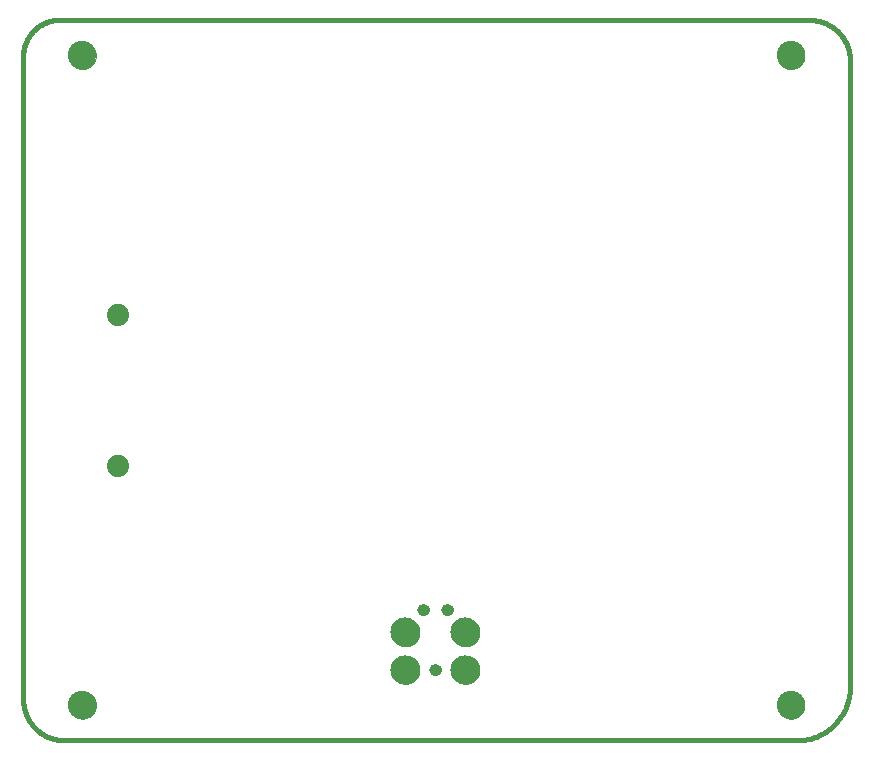
<source format=gbs>
G75*
%MOIN*%
%OFA0B0*%
%FSLAX25Y25*%
%IPPOS*%
%LPD*%
%AMOC8*
5,1,8,0,0,1.08239X$1,22.5*
%
%ADD10C,0.01600*%
%ADD11C,0.00000*%
%ADD12C,0.09455*%
%ADD13C,0.07400*%
%ADD14C,0.03900*%
%ADD15C,0.09750*%
D10*
X0017183Y0004413D02*
X0261183Y0004413D01*
X0261614Y0004418D01*
X0262045Y0004434D01*
X0262475Y0004460D01*
X0262905Y0004496D01*
X0263333Y0004543D01*
X0263760Y0004600D01*
X0264186Y0004668D01*
X0264610Y0004745D01*
X0265032Y0004833D01*
X0265452Y0004931D01*
X0265869Y0005040D01*
X0266283Y0005158D01*
X0266695Y0005286D01*
X0267103Y0005424D01*
X0267508Y0005572D01*
X0267909Y0005730D01*
X0268306Y0005897D01*
X0268700Y0006074D01*
X0269088Y0006260D01*
X0269472Y0006456D01*
X0269851Y0006661D01*
X0270226Y0006875D01*
X0270595Y0007098D01*
X0270958Y0007330D01*
X0271316Y0007570D01*
X0271667Y0007820D01*
X0272013Y0008077D01*
X0272352Y0008343D01*
X0272685Y0008617D01*
X0273011Y0008899D01*
X0273330Y0009189D01*
X0273642Y0009486D01*
X0273947Y0009791D01*
X0274244Y0010103D01*
X0274534Y0010422D01*
X0274816Y0010748D01*
X0275090Y0011081D01*
X0275356Y0011420D01*
X0275613Y0011766D01*
X0275863Y0012117D01*
X0276103Y0012475D01*
X0276335Y0012838D01*
X0276558Y0013207D01*
X0276772Y0013582D01*
X0276977Y0013961D01*
X0277173Y0014345D01*
X0277359Y0014733D01*
X0277536Y0015127D01*
X0277703Y0015524D01*
X0277861Y0015925D01*
X0278009Y0016330D01*
X0278147Y0016738D01*
X0278275Y0017150D01*
X0278393Y0017564D01*
X0278502Y0017981D01*
X0278600Y0018401D01*
X0278688Y0018823D01*
X0278765Y0019247D01*
X0278833Y0019673D01*
X0278890Y0020100D01*
X0278937Y0020528D01*
X0278973Y0020958D01*
X0278999Y0021388D01*
X0279015Y0021819D01*
X0279020Y0022250D01*
X0279020Y0231116D01*
X0279019Y0231116D02*
X0279015Y0231441D01*
X0279003Y0231766D01*
X0278984Y0232091D01*
X0278956Y0232414D01*
X0278921Y0232738D01*
X0278878Y0233060D01*
X0278827Y0233381D01*
X0278768Y0233701D01*
X0278702Y0234019D01*
X0278628Y0234336D01*
X0278546Y0234650D01*
X0278457Y0234963D01*
X0278361Y0235274D01*
X0278256Y0235581D01*
X0278145Y0235887D01*
X0278026Y0236189D01*
X0277900Y0236489D01*
X0277766Y0236786D01*
X0277626Y0237079D01*
X0277478Y0237368D01*
X0277323Y0237654D01*
X0277162Y0237937D01*
X0276994Y0238215D01*
X0276819Y0238489D01*
X0276637Y0238759D01*
X0276450Y0239024D01*
X0276255Y0239285D01*
X0276055Y0239541D01*
X0275848Y0239792D01*
X0275635Y0240038D01*
X0275417Y0240278D01*
X0275193Y0240514D01*
X0274963Y0240744D01*
X0274727Y0240968D01*
X0274487Y0241186D01*
X0274241Y0241399D01*
X0273990Y0241606D01*
X0273734Y0241806D01*
X0273473Y0242001D01*
X0273208Y0242188D01*
X0272938Y0242370D01*
X0272664Y0242545D01*
X0272386Y0242713D01*
X0272103Y0242874D01*
X0271817Y0243029D01*
X0271528Y0243177D01*
X0271235Y0243317D01*
X0270938Y0243451D01*
X0270638Y0243577D01*
X0270336Y0243696D01*
X0270030Y0243807D01*
X0269723Y0243912D01*
X0269412Y0244008D01*
X0269099Y0244097D01*
X0268785Y0244179D01*
X0268468Y0244253D01*
X0268150Y0244319D01*
X0267830Y0244378D01*
X0267509Y0244429D01*
X0267187Y0244472D01*
X0266863Y0244507D01*
X0266540Y0244535D01*
X0266215Y0244554D01*
X0265890Y0244566D01*
X0265565Y0244570D01*
X0265565Y0244571D02*
X0015369Y0244571D01*
X0015080Y0244568D01*
X0014792Y0244557D01*
X0014504Y0244540D01*
X0014217Y0244515D01*
X0013930Y0244484D01*
X0013644Y0244446D01*
X0013359Y0244401D01*
X0013075Y0244349D01*
X0012793Y0244290D01*
X0012512Y0244224D01*
X0012232Y0244152D01*
X0011955Y0244072D01*
X0011679Y0243987D01*
X0011406Y0243894D01*
X0011135Y0243795D01*
X0010866Y0243690D01*
X0010601Y0243577D01*
X0010337Y0243459D01*
X0010077Y0243334D01*
X0009820Y0243203D01*
X0009566Y0243066D01*
X0009316Y0242923D01*
X0009069Y0242774D01*
X0008826Y0242618D01*
X0008586Y0242457D01*
X0008351Y0242291D01*
X0008119Y0242118D01*
X0007892Y0241940D01*
X0007670Y0241757D01*
X0007451Y0241568D01*
X0007238Y0241374D01*
X0007029Y0241175D01*
X0006825Y0240971D01*
X0006626Y0240762D01*
X0006432Y0240549D01*
X0006243Y0240330D01*
X0006060Y0240108D01*
X0005882Y0239881D01*
X0005709Y0239649D01*
X0005543Y0239414D01*
X0005382Y0239174D01*
X0005226Y0238931D01*
X0005077Y0238684D01*
X0004934Y0238434D01*
X0004797Y0238180D01*
X0004666Y0237923D01*
X0004541Y0237663D01*
X0004423Y0237399D01*
X0004310Y0237134D01*
X0004205Y0236865D01*
X0004106Y0236594D01*
X0004013Y0236321D01*
X0003928Y0236045D01*
X0003848Y0235768D01*
X0003776Y0235488D01*
X0003710Y0235207D01*
X0003651Y0234925D01*
X0003599Y0234641D01*
X0003554Y0234356D01*
X0003516Y0234070D01*
X0003485Y0233783D01*
X0003460Y0233496D01*
X0003443Y0233208D01*
X0003432Y0232920D01*
X0003429Y0232631D01*
X0003429Y0018168D01*
X0003433Y0017836D01*
X0003445Y0017503D01*
X0003465Y0017172D01*
X0003493Y0016841D01*
X0003529Y0016510D01*
X0003573Y0016181D01*
X0003625Y0015852D01*
X0003685Y0015525D01*
X0003753Y0015200D01*
X0003829Y0014876D01*
X0003912Y0014555D01*
X0004003Y0014235D01*
X0004102Y0013918D01*
X0004209Y0013603D01*
X0004323Y0013291D01*
X0004444Y0012981D01*
X0004573Y0012675D01*
X0004710Y0012372D01*
X0004854Y0012072D01*
X0005004Y0011776D01*
X0005162Y0011484D01*
X0005327Y0011195D01*
X0005499Y0010911D01*
X0005678Y0010631D01*
X0005864Y0010355D01*
X0006056Y0010084D01*
X0006254Y0009817D01*
X0006459Y0009555D01*
X0006671Y0009299D01*
X0006888Y0009047D01*
X0007111Y0008801D01*
X0007341Y0008561D01*
X0007576Y0008326D01*
X0007816Y0008096D01*
X0008062Y0007873D01*
X0008314Y0007656D01*
X0008570Y0007444D01*
X0008832Y0007239D01*
X0009099Y0007041D01*
X0009370Y0006849D01*
X0009646Y0006663D01*
X0009926Y0006484D01*
X0010210Y0006312D01*
X0010499Y0006147D01*
X0010791Y0005989D01*
X0011087Y0005839D01*
X0011387Y0005695D01*
X0011690Y0005558D01*
X0011996Y0005429D01*
X0012306Y0005308D01*
X0012618Y0005194D01*
X0012933Y0005087D01*
X0013250Y0004988D01*
X0013570Y0004897D01*
X0013891Y0004814D01*
X0014215Y0004738D01*
X0014540Y0004670D01*
X0014867Y0004610D01*
X0015196Y0004558D01*
X0015525Y0004514D01*
X0015856Y0004478D01*
X0016187Y0004450D01*
X0016518Y0004430D01*
X0016851Y0004418D01*
X0017183Y0004414D01*
D11*
X0018586Y0016224D02*
X0018588Y0016358D01*
X0018594Y0016492D01*
X0018604Y0016626D01*
X0018618Y0016760D01*
X0018636Y0016893D01*
X0018657Y0017025D01*
X0018683Y0017157D01*
X0018713Y0017288D01*
X0018746Y0017418D01*
X0018783Y0017546D01*
X0018825Y0017674D01*
X0018869Y0017801D01*
X0018918Y0017926D01*
X0018970Y0018049D01*
X0019026Y0018171D01*
X0019086Y0018292D01*
X0019149Y0018410D01*
X0019215Y0018527D01*
X0019285Y0018641D01*
X0019358Y0018754D01*
X0019435Y0018864D01*
X0019515Y0018972D01*
X0019598Y0019077D01*
X0019684Y0019180D01*
X0019773Y0019280D01*
X0019865Y0019378D01*
X0019960Y0019473D01*
X0020058Y0019565D01*
X0020158Y0019654D01*
X0020261Y0019740D01*
X0020366Y0019823D01*
X0020474Y0019903D01*
X0020584Y0019980D01*
X0020697Y0020053D01*
X0020811Y0020123D01*
X0020928Y0020189D01*
X0021046Y0020252D01*
X0021167Y0020312D01*
X0021289Y0020368D01*
X0021412Y0020420D01*
X0021537Y0020469D01*
X0021664Y0020513D01*
X0021792Y0020555D01*
X0021920Y0020592D01*
X0022050Y0020625D01*
X0022181Y0020655D01*
X0022313Y0020681D01*
X0022445Y0020702D01*
X0022578Y0020720D01*
X0022712Y0020734D01*
X0022846Y0020744D01*
X0022980Y0020750D01*
X0023114Y0020752D01*
X0023248Y0020750D01*
X0023382Y0020744D01*
X0023516Y0020734D01*
X0023650Y0020720D01*
X0023783Y0020702D01*
X0023915Y0020681D01*
X0024047Y0020655D01*
X0024178Y0020625D01*
X0024308Y0020592D01*
X0024436Y0020555D01*
X0024564Y0020513D01*
X0024691Y0020469D01*
X0024816Y0020420D01*
X0024939Y0020368D01*
X0025061Y0020312D01*
X0025182Y0020252D01*
X0025300Y0020189D01*
X0025417Y0020123D01*
X0025531Y0020053D01*
X0025644Y0019980D01*
X0025754Y0019903D01*
X0025862Y0019823D01*
X0025967Y0019740D01*
X0026070Y0019654D01*
X0026170Y0019565D01*
X0026268Y0019473D01*
X0026363Y0019378D01*
X0026455Y0019280D01*
X0026544Y0019180D01*
X0026630Y0019077D01*
X0026713Y0018972D01*
X0026793Y0018864D01*
X0026870Y0018754D01*
X0026943Y0018641D01*
X0027013Y0018527D01*
X0027079Y0018410D01*
X0027142Y0018292D01*
X0027202Y0018171D01*
X0027258Y0018049D01*
X0027310Y0017926D01*
X0027359Y0017801D01*
X0027403Y0017674D01*
X0027445Y0017546D01*
X0027482Y0017418D01*
X0027515Y0017288D01*
X0027545Y0017157D01*
X0027571Y0017025D01*
X0027592Y0016893D01*
X0027610Y0016760D01*
X0027624Y0016626D01*
X0027634Y0016492D01*
X0027640Y0016358D01*
X0027642Y0016224D01*
X0027640Y0016090D01*
X0027634Y0015956D01*
X0027624Y0015822D01*
X0027610Y0015688D01*
X0027592Y0015555D01*
X0027571Y0015423D01*
X0027545Y0015291D01*
X0027515Y0015160D01*
X0027482Y0015030D01*
X0027445Y0014902D01*
X0027403Y0014774D01*
X0027359Y0014647D01*
X0027310Y0014522D01*
X0027258Y0014399D01*
X0027202Y0014277D01*
X0027142Y0014156D01*
X0027079Y0014038D01*
X0027013Y0013921D01*
X0026943Y0013807D01*
X0026870Y0013694D01*
X0026793Y0013584D01*
X0026713Y0013476D01*
X0026630Y0013371D01*
X0026544Y0013268D01*
X0026455Y0013168D01*
X0026363Y0013070D01*
X0026268Y0012975D01*
X0026170Y0012883D01*
X0026070Y0012794D01*
X0025967Y0012708D01*
X0025862Y0012625D01*
X0025754Y0012545D01*
X0025644Y0012468D01*
X0025531Y0012395D01*
X0025417Y0012325D01*
X0025300Y0012259D01*
X0025182Y0012196D01*
X0025061Y0012136D01*
X0024939Y0012080D01*
X0024816Y0012028D01*
X0024691Y0011979D01*
X0024564Y0011935D01*
X0024436Y0011893D01*
X0024308Y0011856D01*
X0024178Y0011823D01*
X0024047Y0011793D01*
X0023915Y0011767D01*
X0023783Y0011746D01*
X0023650Y0011728D01*
X0023516Y0011714D01*
X0023382Y0011704D01*
X0023248Y0011698D01*
X0023114Y0011696D01*
X0022980Y0011698D01*
X0022846Y0011704D01*
X0022712Y0011714D01*
X0022578Y0011728D01*
X0022445Y0011746D01*
X0022313Y0011767D01*
X0022181Y0011793D01*
X0022050Y0011823D01*
X0021920Y0011856D01*
X0021792Y0011893D01*
X0021664Y0011935D01*
X0021537Y0011979D01*
X0021412Y0012028D01*
X0021289Y0012080D01*
X0021167Y0012136D01*
X0021046Y0012196D01*
X0020928Y0012259D01*
X0020811Y0012325D01*
X0020697Y0012395D01*
X0020584Y0012468D01*
X0020474Y0012545D01*
X0020366Y0012625D01*
X0020261Y0012708D01*
X0020158Y0012794D01*
X0020058Y0012883D01*
X0019960Y0012975D01*
X0019865Y0013070D01*
X0019773Y0013168D01*
X0019684Y0013268D01*
X0019598Y0013371D01*
X0019515Y0013476D01*
X0019435Y0013584D01*
X0019358Y0013694D01*
X0019285Y0013807D01*
X0019215Y0013921D01*
X0019149Y0014038D01*
X0019086Y0014156D01*
X0019026Y0014277D01*
X0018970Y0014399D01*
X0018918Y0014522D01*
X0018869Y0014647D01*
X0018825Y0014774D01*
X0018783Y0014902D01*
X0018746Y0015030D01*
X0018713Y0015160D01*
X0018683Y0015291D01*
X0018657Y0015423D01*
X0018636Y0015555D01*
X0018618Y0015688D01*
X0018604Y0015822D01*
X0018594Y0015956D01*
X0018588Y0016090D01*
X0018586Y0016224D01*
X0126156Y0027996D02*
X0126158Y0028133D01*
X0126164Y0028269D01*
X0126174Y0028405D01*
X0126188Y0028541D01*
X0126206Y0028677D01*
X0126228Y0028812D01*
X0126253Y0028946D01*
X0126283Y0029079D01*
X0126317Y0029211D01*
X0126354Y0029343D01*
X0126395Y0029473D01*
X0126441Y0029602D01*
X0126489Y0029730D01*
X0126542Y0029856D01*
X0126598Y0029980D01*
X0126658Y0030103D01*
X0126721Y0030224D01*
X0126788Y0030343D01*
X0126858Y0030460D01*
X0126932Y0030576D01*
X0127009Y0030688D01*
X0127089Y0030799D01*
X0127173Y0030907D01*
X0127260Y0031013D01*
X0127349Y0031116D01*
X0127442Y0031216D01*
X0127537Y0031314D01*
X0127636Y0031409D01*
X0127737Y0031501D01*
X0127841Y0031589D01*
X0127947Y0031675D01*
X0128056Y0031758D01*
X0128167Y0031837D01*
X0128280Y0031914D01*
X0128396Y0031987D01*
X0128513Y0032056D01*
X0128633Y0032122D01*
X0128754Y0032184D01*
X0128878Y0032243D01*
X0129003Y0032299D01*
X0129129Y0032350D01*
X0129257Y0032398D01*
X0129386Y0032442D01*
X0129517Y0032483D01*
X0129649Y0032519D01*
X0129781Y0032552D01*
X0129915Y0032580D01*
X0130049Y0032605D01*
X0130184Y0032626D01*
X0130320Y0032643D01*
X0130456Y0032656D01*
X0130592Y0032665D01*
X0130729Y0032670D01*
X0130865Y0032671D01*
X0131002Y0032668D01*
X0131138Y0032661D01*
X0131274Y0032650D01*
X0131410Y0032635D01*
X0131545Y0032616D01*
X0131680Y0032593D01*
X0131814Y0032566D01*
X0131947Y0032536D01*
X0132079Y0032501D01*
X0132211Y0032463D01*
X0132340Y0032421D01*
X0132469Y0032375D01*
X0132596Y0032325D01*
X0132722Y0032271D01*
X0132846Y0032214D01*
X0132969Y0032154D01*
X0133089Y0032089D01*
X0133208Y0032022D01*
X0133324Y0031951D01*
X0133439Y0031876D01*
X0133551Y0031798D01*
X0133661Y0031717D01*
X0133769Y0031633D01*
X0133874Y0031545D01*
X0133976Y0031455D01*
X0134076Y0031362D01*
X0134173Y0031265D01*
X0134267Y0031166D01*
X0134358Y0031065D01*
X0134446Y0030960D01*
X0134531Y0030853D01*
X0134613Y0030744D01*
X0134692Y0030632D01*
X0134767Y0030518D01*
X0134839Y0030402D01*
X0134908Y0030284D01*
X0134973Y0030164D01*
X0135035Y0030042D01*
X0135093Y0029918D01*
X0135147Y0029793D01*
X0135198Y0029666D01*
X0135244Y0029538D01*
X0135288Y0029408D01*
X0135327Y0029277D01*
X0135363Y0029145D01*
X0135394Y0029012D01*
X0135422Y0028879D01*
X0135446Y0028744D01*
X0135466Y0028609D01*
X0135482Y0028473D01*
X0135494Y0028337D01*
X0135502Y0028201D01*
X0135506Y0028064D01*
X0135506Y0027928D01*
X0135502Y0027791D01*
X0135494Y0027655D01*
X0135482Y0027519D01*
X0135466Y0027383D01*
X0135446Y0027248D01*
X0135422Y0027113D01*
X0135394Y0026980D01*
X0135363Y0026847D01*
X0135327Y0026715D01*
X0135288Y0026584D01*
X0135244Y0026454D01*
X0135198Y0026326D01*
X0135147Y0026199D01*
X0135093Y0026074D01*
X0135035Y0025950D01*
X0134973Y0025828D01*
X0134908Y0025708D01*
X0134839Y0025590D01*
X0134767Y0025474D01*
X0134692Y0025360D01*
X0134613Y0025248D01*
X0134531Y0025139D01*
X0134446Y0025032D01*
X0134358Y0024927D01*
X0134267Y0024826D01*
X0134173Y0024727D01*
X0134076Y0024630D01*
X0133976Y0024537D01*
X0133874Y0024447D01*
X0133769Y0024359D01*
X0133661Y0024275D01*
X0133551Y0024194D01*
X0133439Y0024116D01*
X0133324Y0024041D01*
X0133208Y0023970D01*
X0133089Y0023903D01*
X0132969Y0023838D01*
X0132846Y0023778D01*
X0132722Y0023721D01*
X0132596Y0023667D01*
X0132469Y0023617D01*
X0132340Y0023571D01*
X0132211Y0023529D01*
X0132079Y0023491D01*
X0131947Y0023456D01*
X0131814Y0023426D01*
X0131680Y0023399D01*
X0131545Y0023376D01*
X0131410Y0023357D01*
X0131274Y0023342D01*
X0131138Y0023331D01*
X0131002Y0023324D01*
X0130865Y0023321D01*
X0130729Y0023322D01*
X0130592Y0023327D01*
X0130456Y0023336D01*
X0130320Y0023349D01*
X0130184Y0023366D01*
X0130049Y0023387D01*
X0129915Y0023412D01*
X0129781Y0023440D01*
X0129649Y0023473D01*
X0129517Y0023509D01*
X0129386Y0023550D01*
X0129257Y0023594D01*
X0129129Y0023642D01*
X0129003Y0023693D01*
X0128878Y0023749D01*
X0128754Y0023808D01*
X0128633Y0023870D01*
X0128513Y0023936D01*
X0128396Y0024005D01*
X0128280Y0024078D01*
X0128167Y0024155D01*
X0128056Y0024234D01*
X0127947Y0024317D01*
X0127841Y0024403D01*
X0127737Y0024491D01*
X0127636Y0024583D01*
X0127537Y0024678D01*
X0127442Y0024776D01*
X0127349Y0024876D01*
X0127260Y0024979D01*
X0127173Y0025085D01*
X0127089Y0025193D01*
X0127009Y0025304D01*
X0126932Y0025416D01*
X0126858Y0025532D01*
X0126788Y0025649D01*
X0126721Y0025768D01*
X0126658Y0025889D01*
X0126598Y0026012D01*
X0126542Y0026136D01*
X0126489Y0026262D01*
X0126441Y0026390D01*
X0126395Y0026519D01*
X0126354Y0026649D01*
X0126317Y0026781D01*
X0126283Y0026913D01*
X0126253Y0027046D01*
X0126228Y0027180D01*
X0126206Y0027315D01*
X0126188Y0027451D01*
X0126174Y0027587D01*
X0126164Y0027723D01*
X0126158Y0027859D01*
X0126156Y0027996D01*
X0126156Y0040496D02*
X0126158Y0040633D01*
X0126164Y0040769D01*
X0126174Y0040905D01*
X0126188Y0041041D01*
X0126206Y0041177D01*
X0126228Y0041312D01*
X0126253Y0041446D01*
X0126283Y0041579D01*
X0126317Y0041711D01*
X0126354Y0041843D01*
X0126395Y0041973D01*
X0126441Y0042102D01*
X0126489Y0042230D01*
X0126542Y0042356D01*
X0126598Y0042480D01*
X0126658Y0042603D01*
X0126721Y0042724D01*
X0126788Y0042843D01*
X0126858Y0042960D01*
X0126932Y0043076D01*
X0127009Y0043188D01*
X0127089Y0043299D01*
X0127173Y0043407D01*
X0127260Y0043513D01*
X0127349Y0043616D01*
X0127442Y0043716D01*
X0127537Y0043814D01*
X0127636Y0043909D01*
X0127737Y0044001D01*
X0127841Y0044089D01*
X0127947Y0044175D01*
X0128056Y0044258D01*
X0128167Y0044337D01*
X0128280Y0044414D01*
X0128396Y0044487D01*
X0128513Y0044556D01*
X0128633Y0044622D01*
X0128754Y0044684D01*
X0128878Y0044743D01*
X0129003Y0044799D01*
X0129129Y0044850D01*
X0129257Y0044898D01*
X0129386Y0044942D01*
X0129517Y0044983D01*
X0129649Y0045019D01*
X0129781Y0045052D01*
X0129915Y0045080D01*
X0130049Y0045105D01*
X0130184Y0045126D01*
X0130320Y0045143D01*
X0130456Y0045156D01*
X0130592Y0045165D01*
X0130729Y0045170D01*
X0130865Y0045171D01*
X0131002Y0045168D01*
X0131138Y0045161D01*
X0131274Y0045150D01*
X0131410Y0045135D01*
X0131545Y0045116D01*
X0131680Y0045093D01*
X0131814Y0045066D01*
X0131947Y0045036D01*
X0132079Y0045001D01*
X0132211Y0044963D01*
X0132340Y0044921D01*
X0132469Y0044875D01*
X0132596Y0044825D01*
X0132722Y0044771D01*
X0132846Y0044714D01*
X0132969Y0044654D01*
X0133089Y0044589D01*
X0133208Y0044522D01*
X0133324Y0044451D01*
X0133439Y0044376D01*
X0133551Y0044298D01*
X0133661Y0044217D01*
X0133769Y0044133D01*
X0133874Y0044045D01*
X0133976Y0043955D01*
X0134076Y0043862D01*
X0134173Y0043765D01*
X0134267Y0043666D01*
X0134358Y0043565D01*
X0134446Y0043460D01*
X0134531Y0043353D01*
X0134613Y0043244D01*
X0134692Y0043132D01*
X0134767Y0043018D01*
X0134839Y0042902D01*
X0134908Y0042784D01*
X0134973Y0042664D01*
X0135035Y0042542D01*
X0135093Y0042418D01*
X0135147Y0042293D01*
X0135198Y0042166D01*
X0135244Y0042038D01*
X0135288Y0041908D01*
X0135327Y0041777D01*
X0135363Y0041645D01*
X0135394Y0041512D01*
X0135422Y0041379D01*
X0135446Y0041244D01*
X0135466Y0041109D01*
X0135482Y0040973D01*
X0135494Y0040837D01*
X0135502Y0040701D01*
X0135506Y0040564D01*
X0135506Y0040428D01*
X0135502Y0040291D01*
X0135494Y0040155D01*
X0135482Y0040019D01*
X0135466Y0039883D01*
X0135446Y0039748D01*
X0135422Y0039613D01*
X0135394Y0039480D01*
X0135363Y0039347D01*
X0135327Y0039215D01*
X0135288Y0039084D01*
X0135244Y0038954D01*
X0135198Y0038826D01*
X0135147Y0038699D01*
X0135093Y0038574D01*
X0135035Y0038450D01*
X0134973Y0038328D01*
X0134908Y0038208D01*
X0134839Y0038090D01*
X0134767Y0037974D01*
X0134692Y0037860D01*
X0134613Y0037748D01*
X0134531Y0037639D01*
X0134446Y0037532D01*
X0134358Y0037427D01*
X0134267Y0037326D01*
X0134173Y0037227D01*
X0134076Y0037130D01*
X0133976Y0037037D01*
X0133874Y0036947D01*
X0133769Y0036859D01*
X0133661Y0036775D01*
X0133551Y0036694D01*
X0133439Y0036616D01*
X0133324Y0036541D01*
X0133208Y0036470D01*
X0133089Y0036403D01*
X0132969Y0036338D01*
X0132846Y0036278D01*
X0132722Y0036221D01*
X0132596Y0036167D01*
X0132469Y0036117D01*
X0132340Y0036071D01*
X0132211Y0036029D01*
X0132079Y0035991D01*
X0131947Y0035956D01*
X0131814Y0035926D01*
X0131680Y0035899D01*
X0131545Y0035876D01*
X0131410Y0035857D01*
X0131274Y0035842D01*
X0131138Y0035831D01*
X0131002Y0035824D01*
X0130865Y0035821D01*
X0130729Y0035822D01*
X0130592Y0035827D01*
X0130456Y0035836D01*
X0130320Y0035849D01*
X0130184Y0035866D01*
X0130049Y0035887D01*
X0129915Y0035912D01*
X0129781Y0035940D01*
X0129649Y0035973D01*
X0129517Y0036009D01*
X0129386Y0036050D01*
X0129257Y0036094D01*
X0129129Y0036142D01*
X0129003Y0036193D01*
X0128878Y0036249D01*
X0128754Y0036308D01*
X0128633Y0036370D01*
X0128513Y0036436D01*
X0128396Y0036505D01*
X0128280Y0036578D01*
X0128167Y0036655D01*
X0128056Y0036734D01*
X0127947Y0036817D01*
X0127841Y0036903D01*
X0127737Y0036991D01*
X0127636Y0037083D01*
X0127537Y0037178D01*
X0127442Y0037276D01*
X0127349Y0037376D01*
X0127260Y0037479D01*
X0127173Y0037585D01*
X0127089Y0037693D01*
X0127009Y0037804D01*
X0126932Y0037916D01*
X0126858Y0038032D01*
X0126788Y0038149D01*
X0126721Y0038268D01*
X0126658Y0038389D01*
X0126598Y0038512D01*
X0126542Y0038636D01*
X0126489Y0038762D01*
X0126441Y0038890D01*
X0126395Y0039019D01*
X0126354Y0039149D01*
X0126317Y0039281D01*
X0126283Y0039413D01*
X0126253Y0039546D01*
X0126228Y0039680D01*
X0126206Y0039815D01*
X0126188Y0039951D01*
X0126174Y0040087D01*
X0126164Y0040223D01*
X0126158Y0040359D01*
X0126156Y0040496D01*
X0135081Y0047996D02*
X0135083Y0048079D01*
X0135089Y0048162D01*
X0135099Y0048245D01*
X0135113Y0048327D01*
X0135130Y0048409D01*
X0135152Y0048489D01*
X0135177Y0048568D01*
X0135206Y0048646D01*
X0135239Y0048723D01*
X0135276Y0048798D01*
X0135315Y0048871D01*
X0135359Y0048942D01*
X0135405Y0049011D01*
X0135455Y0049078D01*
X0135508Y0049142D01*
X0135564Y0049204D01*
X0135623Y0049263D01*
X0135685Y0049319D01*
X0135749Y0049372D01*
X0135816Y0049422D01*
X0135885Y0049468D01*
X0135956Y0049512D01*
X0136029Y0049551D01*
X0136104Y0049588D01*
X0136181Y0049621D01*
X0136259Y0049650D01*
X0136338Y0049675D01*
X0136418Y0049697D01*
X0136500Y0049714D01*
X0136582Y0049728D01*
X0136665Y0049738D01*
X0136748Y0049744D01*
X0136831Y0049746D01*
X0136914Y0049744D01*
X0136997Y0049738D01*
X0137080Y0049728D01*
X0137162Y0049714D01*
X0137244Y0049697D01*
X0137324Y0049675D01*
X0137403Y0049650D01*
X0137481Y0049621D01*
X0137558Y0049588D01*
X0137633Y0049551D01*
X0137706Y0049512D01*
X0137777Y0049468D01*
X0137846Y0049422D01*
X0137913Y0049372D01*
X0137977Y0049319D01*
X0138039Y0049263D01*
X0138098Y0049204D01*
X0138154Y0049142D01*
X0138207Y0049078D01*
X0138257Y0049011D01*
X0138303Y0048942D01*
X0138347Y0048871D01*
X0138386Y0048798D01*
X0138423Y0048723D01*
X0138456Y0048646D01*
X0138485Y0048568D01*
X0138510Y0048489D01*
X0138532Y0048409D01*
X0138549Y0048327D01*
X0138563Y0048245D01*
X0138573Y0048162D01*
X0138579Y0048079D01*
X0138581Y0047996D01*
X0138579Y0047913D01*
X0138573Y0047830D01*
X0138563Y0047747D01*
X0138549Y0047665D01*
X0138532Y0047583D01*
X0138510Y0047503D01*
X0138485Y0047424D01*
X0138456Y0047346D01*
X0138423Y0047269D01*
X0138386Y0047194D01*
X0138347Y0047121D01*
X0138303Y0047050D01*
X0138257Y0046981D01*
X0138207Y0046914D01*
X0138154Y0046850D01*
X0138098Y0046788D01*
X0138039Y0046729D01*
X0137977Y0046673D01*
X0137913Y0046620D01*
X0137846Y0046570D01*
X0137777Y0046524D01*
X0137706Y0046480D01*
X0137633Y0046441D01*
X0137558Y0046404D01*
X0137481Y0046371D01*
X0137403Y0046342D01*
X0137324Y0046317D01*
X0137244Y0046295D01*
X0137162Y0046278D01*
X0137080Y0046264D01*
X0136997Y0046254D01*
X0136914Y0046248D01*
X0136831Y0046246D01*
X0136748Y0046248D01*
X0136665Y0046254D01*
X0136582Y0046264D01*
X0136500Y0046278D01*
X0136418Y0046295D01*
X0136338Y0046317D01*
X0136259Y0046342D01*
X0136181Y0046371D01*
X0136104Y0046404D01*
X0136029Y0046441D01*
X0135956Y0046480D01*
X0135885Y0046524D01*
X0135816Y0046570D01*
X0135749Y0046620D01*
X0135685Y0046673D01*
X0135623Y0046729D01*
X0135564Y0046788D01*
X0135508Y0046850D01*
X0135455Y0046914D01*
X0135405Y0046981D01*
X0135359Y0047050D01*
X0135315Y0047121D01*
X0135276Y0047194D01*
X0135239Y0047269D01*
X0135206Y0047346D01*
X0135177Y0047424D01*
X0135152Y0047503D01*
X0135130Y0047583D01*
X0135113Y0047665D01*
X0135099Y0047747D01*
X0135089Y0047830D01*
X0135083Y0047913D01*
X0135081Y0047996D01*
X0143081Y0047996D02*
X0143083Y0048079D01*
X0143089Y0048162D01*
X0143099Y0048245D01*
X0143113Y0048327D01*
X0143130Y0048409D01*
X0143152Y0048489D01*
X0143177Y0048568D01*
X0143206Y0048646D01*
X0143239Y0048723D01*
X0143276Y0048798D01*
X0143315Y0048871D01*
X0143359Y0048942D01*
X0143405Y0049011D01*
X0143455Y0049078D01*
X0143508Y0049142D01*
X0143564Y0049204D01*
X0143623Y0049263D01*
X0143685Y0049319D01*
X0143749Y0049372D01*
X0143816Y0049422D01*
X0143885Y0049468D01*
X0143956Y0049512D01*
X0144029Y0049551D01*
X0144104Y0049588D01*
X0144181Y0049621D01*
X0144259Y0049650D01*
X0144338Y0049675D01*
X0144418Y0049697D01*
X0144500Y0049714D01*
X0144582Y0049728D01*
X0144665Y0049738D01*
X0144748Y0049744D01*
X0144831Y0049746D01*
X0144914Y0049744D01*
X0144997Y0049738D01*
X0145080Y0049728D01*
X0145162Y0049714D01*
X0145244Y0049697D01*
X0145324Y0049675D01*
X0145403Y0049650D01*
X0145481Y0049621D01*
X0145558Y0049588D01*
X0145633Y0049551D01*
X0145706Y0049512D01*
X0145777Y0049468D01*
X0145846Y0049422D01*
X0145913Y0049372D01*
X0145977Y0049319D01*
X0146039Y0049263D01*
X0146098Y0049204D01*
X0146154Y0049142D01*
X0146207Y0049078D01*
X0146257Y0049011D01*
X0146303Y0048942D01*
X0146347Y0048871D01*
X0146386Y0048798D01*
X0146423Y0048723D01*
X0146456Y0048646D01*
X0146485Y0048568D01*
X0146510Y0048489D01*
X0146532Y0048409D01*
X0146549Y0048327D01*
X0146563Y0048245D01*
X0146573Y0048162D01*
X0146579Y0048079D01*
X0146581Y0047996D01*
X0146579Y0047913D01*
X0146573Y0047830D01*
X0146563Y0047747D01*
X0146549Y0047665D01*
X0146532Y0047583D01*
X0146510Y0047503D01*
X0146485Y0047424D01*
X0146456Y0047346D01*
X0146423Y0047269D01*
X0146386Y0047194D01*
X0146347Y0047121D01*
X0146303Y0047050D01*
X0146257Y0046981D01*
X0146207Y0046914D01*
X0146154Y0046850D01*
X0146098Y0046788D01*
X0146039Y0046729D01*
X0145977Y0046673D01*
X0145913Y0046620D01*
X0145846Y0046570D01*
X0145777Y0046524D01*
X0145706Y0046480D01*
X0145633Y0046441D01*
X0145558Y0046404D01*
X0145481Y0046371D01*
X0145403Y0046342D01*
X0145324Y0046317D01*
X0145244Y0046295D01*
X0145162Y0046278D01*
X0145080Y0046264D01*
X0144997Y0046254D01*
X0144914Y0046248D01*
X0144831Y0046246D01*
X0144748Y0046248D01*
X0144665Y0046254D01*
X0144582Y0046264D01*
X0144500Y0046278D01*
X0144418Y0046295D01*
X0144338Y0046317D01*
X0144259Y0046342D01*
X0144181Y0046371D01*
X0144104Y0046404D01*
X0144029Y0046441D01*
X0143956Y0046480D01*
X0143885Y0046524D01*
X0143816Y0046570D01*
X0143749Y0046620D01*
X0143685Y0046673D01*
X0143623Y0046729D01*
X0143564Y0046788D01*
X0143508Y0046850D01*
X0143455Y0046914D01*
X0143405Y0046981D01*
X0143359Y0047050D01*
X0143315Y0047121D01*
X0143276Y0047194D01*
X0143239Y0047269D01*
X0143206Y0047346D01*
X0143177Y0047424D01*
X0143152Y0047503D01*
X0143130Y0047583D01*
X0143113Y0047665D01*
X0143099Y0047747D01*
X0143089Y0047830D01*
X0143083Y0047913D01*
X0143081Y0047996D01*
X0146156Y0040496D02*
X0146158Y0040633D01*
X0146164Y0040769D01*
X0146174Y0040905D01*
X0146188Y0041041D01*
X0146206Y0041177D01*
X0146228Y0041312D01*
X0146253Y0041446D01*
X0146283Y0041579D01*
X0146317Y0041711D01*
X0146354Y0041843D01*
X0146395Y0041973D01*
X0146441Y0042102D01*
X0146489Y0042230D01*
X0146542Y0042356D01*
X0146598Y0042480D01*
X0146658Y0042603D01*
X0146721Y0042724D01*
X0146788Y0042843D01*
X0146858Y0042960D01*
X0146932Y0043076D01*
X0147009Y0043188D01*
X0147089Y0043299D01*
X0147173Y0043407D01*
X0147260Y0043513D01*
X0147349Y0043616D01*
X0147442Y0043716D01*
X0147537Y0043814D01*
X0147636Y0043909D01*
X0147737Y0044001D01*
X0147841Y0044089D01*
X0147947Y0044175D01*
X0148056Y0044258D01*
X0148167Y0044337D01*
X0148280Y0044414D01*
X0148396Y0044487D01*
X0148513Y0044556D01*
X0148633Y0044622D01*
X0148754Y0044684D01*
X0148878Y0044743D01*
X0149003Y0044799D01*
X0149129Y0044850D01*
X0149257Y0044898D01*
X0149386Y0044942D01*
X0149517Y0044983D01*
X0149649Y0045019D01*
X0149781Y0045052D01*
X0149915Y0045080D01*
X0150049Y0045105D01*
X0150184Y0045126D01*
X0150320Y0045143D01*
X0150456Y0045156D01*
X0150592Y0045165D01*
X0150729Y0045170D01*
X0150865Y0045171D01*
X0151002Y0045168D01*
X0151138Y0045161D01*
X0151274Y0045150D01*
X0151410Y0045135D01*
X0151545Y0045116D01*
X0151680Y0045093D01*
X0151814Y0045066D01*
X0151947Y0045036D01*
X0152079Y0045001D01*
X0152211Y0044963D01*
X0152340Y0044921D01*
X0152469Y0044875D01*
X0152596Y0044825D01*
X0152722Y0044771D01*
X0152846Y0044714D01*
X0152969Y0044654D01*
X0153089Y0044589D01*
X0153208Y0044522D01*
X0153324Y0044451D01*
X0153439Y0044376D01*
X0153551Y0044298D01*
X0153661Y0044217D01*
X0153769Y0044133D01*
X0153874Y0044045D01*
X0153976Y0043955D01*
X0154076Y0043862D01*
X0154173Y0043765D01*
X0154267Y0043666D01*
X0154358Y0043565D01*
X0154446Y0043460D01*
X0154531Y0043353D01*
X0154613Y0043244D01*
X0154692Y0043132D01*
X0154767Y0043018D01*
X0154839Y0042902D01*
X0154908Y0042784D01*
X0154973Y0042664D01*
X0155035Y0042542D01*
X0155093Y0042418D01*
X0155147Y0042293D01*
X0155198Y0042166D01*
X0155244Y0042038D01*
X0155288Y0041908D01*
X0155327Y0041777D01*
X0155363Y0041645D01*
X0155394Y0041512D01*
X0155422Y0041379D01*
X0155446Y0041244D01*
X0155466Y0041109D01*
X0155482Y0040973D01*
X0155494Y0040837D01*
X0155502Y0040701D01*
X0155506Y0040564D01*
X0155506Y0040428D01*
X0155502Y0040291D01*
X0155494Y0040155D01*
X0155482Y0040019D01*
X0155466Y0039883D01*
X0155446Y0039748D01*
X0155422Y0039613D01*
X0155394Y0039480D01*
X0155363Y0039347D01*
X0155327Y0039215D01*
X0155288Y0039084D01*
X0155244Y0038954D01*
X0155198Y0038826D01*
X0155147Y0038699D01*
X0155093Y0038574D01*
X0155035Y0038450D01*
X0154973Y0038328D01*
X0154908Y0038208D01*
X0154839Y0038090D01*
X0154767Y0037974D01*
X0154692Y0037860D01*
X0154613Y0037748D01*
X0154531Y0037639D01*
X0154446Y0037532D01*
X0154358Y0037427D01*
X0154267Y0037326D01*
X0154173Y0037227D01*
X0154076Y0037130D01*
X0153976Y0037037D01*
X0153874Y0036947D01*
X0153769Y0036859D01*
X0153661Y0036775D01*
X0153551Y0036694D01*
X0153439Y0036616D01*
X0153324Y0036541D01*
X0153208Y0036470D01*
X0153089Y0036403D01*
X0152969Y0036338D01*
X0152846Y0036278D01*
X0152722Y0036221D01*
X0152596Y0036167D01*
X0152469Y0036117D01*
X0152340Y0036071D01*
X0152211Y0036029D01*
X0152079Y0035991D01*
X0151947Y0035956D01*
X0151814Y0035926D01*
X0151680Y0035899D01*
X0151545Y0035876D01*
X0151410Y0035857D01*
X0151274Y0035842D01*
X0151138Y0035831D01*
X0151002Y0035824D01*
X0150865Y0035821D01*
X0150729Y0035822D01*
X0150592Y0035827D01*
X0150456Y0035836D01*
X0150320Y0035849D01*
X0150184Y0035866D01*
X0150049Y0035887D01*
X0149915Y0035912D01*
X0149781Y0035940D01*
X0149649Y0035973D01*
X0149517Y0036009D01*
X0149386Y0036050D01*
X0149257Y0036094D01*
X0149129Y0036142D01*
X0149003Y0036193D01*
X0148878Y0036249D01*
X0148754Y0036308D01*
X0148633Y0036370D01*
X0148513Y0036436D01*
X0148396Y0036505D01*
X0148280Y0036578D01*
X0148167Y0036655D01*
X0148056Y0036734D01*
X0147947Y0036817D01*
X0147841Y0036903D01*
X0147737Y0036991D01*
X0147636Y0037083D01*
X0147537Y0037178D01*
X0147442Y0037276D01*
X0147349Y0037376D01*
X0147260Y0037479D01*
X0147173Y0037585D01*
X0147089Y0037693D01*
X0147009Y0037804D01*
X0146932Y0037916D01*
X0146858Y0038032D01*
X0146788Y0038149D01*
X0146721Y0038268D01*
X0146658Y0038389D01*
X0146598Y0038512D01*
X0146542Y0038636D01*
X0146489Y0038762D01*
X0146441Y0038890D01*
X0146395Y0039019D01*
X0146354Y0039149D01*
X0146317Y0039281D01*
X0146283Y0039413D01*
X0146253Y0039546D01*
X0146228Y0039680D01*
X0146206Y0039815D01*
X0146188Y0039951D01*
X0146174Y0040087D01*
X0146164Y0040223D01*
X0146158Y0040359D01*
X0146156Y0040496D01*
X0146156Y0027996D02*
X0146158Y0028133D01*
X0146164Y0028269D01*
X0146174Y0028405D01*
X0146188Y0028541D01*
X0146206Y0028677D01*
X0146228Y0028812D01*
X0146253Y0028946D01*
X0146283Y0029079D01*
X0146317Y0029211D01*
X0146354Y0029343D01*
X0146395Y0029473D01*
X0146441Y0029602D01*
X0146489Y0029730D01*
X0146542Y0029856D01*
X0146598Y0029980D01*
X0146658Y0030103D01*
X0146721Y0030224D01*
X0146788Y0030343D01*
X0146858Y0030460D01*
X0146932Y0030576D01*
X0147009Y0030688D01*
X0147089Y0030799D01*
X0147173Y0030907D01*
X0147260Y0031013D01*
X0147349Y0031116D01*
X0147442Y0031216D01*
X0147537Y0031314D01*
X0147636Y0031409D01*
X0147737Y0031501D01*
X0147841Y0031589D01*
X0147947Y0031675D01*
X0148056Y0031758D01*
X0148167Y0031837D01*
X0148280Y0031914D01*
X0148396Y0031987D01*
X0148513Y0032056D01*
X0148633Y0032122D01*
X0148754Y0032184D01*
X0148878Y0032243D01*
X0149003Y0032299D01*
X0149129Y0032350D01*
X0149257Y0032398D01*
X0149386Y0032442D01*
X0149517Y0032483D01*
X0149649Y0032519D01*
X0149781Y0032552D01*
X0149915Y0032580D01*
X0150049Y0032605D01*
X0150184Y0032626D01*
X0150320Y0032643D01*
X0150456Y0032656D01*
X0150592Y0032665D01*
X0150729Y0032670D01*
X0150865Y0032671D01*
X0151002Y0032668D01*
X0151138Y0032661D01*
X0151274Y0032650D01*
X0151410Y0032635D01*
X0151545Y0032616D01*
X0151680Y0032593D01*
X0151814Y0032566D01*
X0151947Y0032536D01*
X0152079Y0032501D01*
X0152211Y0032463D01*
X0152340Y0032421D01*
X0152469Y0032375D01*
X0152596Y0032325D01*
X0152722Y0032271D01*
X0152846Y0032214D01*
X0152969Y0032154D01*
X0153089Y0032089D01*
X0153208Y0032022D01*
X0153324Y0031951D01*
X0153439Y0031876D01*
X0153551Y0031798D01*
X0153661Y0031717D01*
X0153769Y0031633D01*
X0153874Y0031545D01*
X0153976Y0031455D01*
X0154076Y0031362D01*
X0154173Y0031265D01*
X0154267Y0031166D01*
X0154358Y0031065D01*
X0154446Y0030960D01*
X0154531Y0030853D01*
X0154613Y0030744D01*
X0154692Y0030632D01*
X0154767Y0030518D01*
X0154839Y0030402D01*
X0154908Y0030284D01*
X0154973Y0030164D01*
X0155035Y0030042D01*
X0155093Y0029918D01*
X0155147Y0029793D01*
X0155198Y0029666D01*
X0155244Y0029538D01*
X0155288Y0029408D01*
X0155327Y0029277D01*
X0155363Y0029145D01*
X0155394Y0029012D01*
X0155422Y0028879D01*
X0155446Y0028744D01*
X0155466Y0028609D01*
X0155482Y0028473D01*
X0155494Y0028337D01*
X0155502Y0028201D01*
X0155506Y0028064D01*
X0155506Y0027928D01*
X0155502Y0027791D01*
X0155494Y0027655D01*
X0155482Y0027519D01*
X0155466Y0027383D01*
X0155446Y0027248D01*
X0155422Y0027113D01*
X0155394Y0026980D01*
X0155363Y0026847D01*
X0155327Y0026715D01*
X0155288Y0026584D01*
X0155244Y0026454D01*
X0155198Y0026326D01*
X0155147Y0026199D01*
X0155093Y0026074D01*
X0155035Y0025950D01*
X0154973Y0025828D01*
X0154908Y0025708D01*
X0154839Y0025590D01*
X0154767Y0025474D01*
X0154692Y0025360D01*
X0154613Y0025248D01*
X0154531Y0025139D01*
X0154446Y0025032D01*
X0154358Y0024927D01*
X0154267Y0024826D01*
X0154173Y0024727D01*
X0154076Y0024630D01*
X0153976Y0024537D01*
X0153874Y0024447D01*
X0153769Y0024359D01*
X0153661Y0024275D01*
X0153551Y0024194D01*
X0153439Y0024116D01*
X0153324Y0024041D01*
X0153208Y0023970D01*
X0153089Y0023903D01*
X0152969Y0023838D01*
X0152846Y0023778D01*
X0152722Y0023721D01*
X0152596Y0023667D01*
X0152469Y0023617D01*
X0152340Y0023571D01*
X0152211Y0023529D01*
X0152079Y0023491D01*
X0151947Y0023456D01*
X0151814Y0023426D01*
X0151680Y0023399D01*
X0151545Y0023376D01*
X0151410Y0023357D01*
X0151274Y0023342D01*
X0151138Y0023331D01*
X0151002Y0023324D01*
X0150865Y0023321D01*
X0150729Y0023322D01*
X0150592Y0023327D01*
X0150456Y0023336D01*
X0150320Y0023349D01*
X0150184Y0023366D01*
X0150049Y0023387D01*
X0149915Y0023412D01*
X0149781Y0023440D01*
X0149649Y0023473D01*
X0149517Y0023509D01*
X0149386Y0023550D01*
X0149257Y0023594D01*
X0149129Y0023642D01*
X0149003Y0023693D01*
X0148878Y0023749D01*
X0148754Y0023808D01*
X0148633Y0023870D01*
X0148513Y0023936D01*
X0148396Y0024005D01*
X0148280Y0024078D01*
X0148167Y0024155D01*
X0148056Y0024234D01*
X0147947Y0024317D01*
X0147841Y0024403D01*
X0147737Y0024491D01*
X0147636Y0024583D01*
X0147537Y0024678D01*
X0147442Y0024776D01*
X0147349Y0024876D01*
X0147260Y0024979D01*
X0147173Y0025085D01*
X0147089Y0025193D01*
X0147009Y0025304D01*
X0146932Y0025416D01*
X0146858Y0025532D01*
X0146788Y0025649D01*
X0146721Y0025768D01*
X0146658Y0025889D01*
X0146598Y0026012D01*
X0146542Y0026136D01*
X0146489Y0026262D01*
X0146441Y0026390D01*
X0146395Y0026519D01*
X0146354Y0026649D01*
X0146317Y0026781D01*
X0146283Y0026913D01*
X0146253Y0027046D01*
X0146228Y0027180D01*
X0146206Y0027315D01*
X0146188Y0027451D01*
X0146174Y0027587D01*
X0146164Y0027723D01*
X0146158Y0027859D01*
X0146156Y0027996D01*
X0139081Y0027996D02*
X0139083Y0028079D01*
X0139089Y0028162D01*
X0139099Y0028245D01*
X0139113Y0028327D01*
X0139130Y0028409D01*
X0139152Y0028489D01*
X0139177Y0028568D01*
X0139206Y0028646D01*
X0139239Y0028723D01*
X0139276Y0028798D01*
X0139315Y0028871D01*
X0139359Y0028942D01*
X0139405Y0029011D01*
X0139455Y0029078D01*
X0139508Y0029142D01*
X0139564Y0029204D01*
X0139623Y0029263D01*
X0139685Y0029319D01*
X0139749Y0029372D01*
X0139816Y0029422D01*
X0139885Y0029468D01*
X0139956Y0029512D01*
X0140029Y0029551D01*
X0140104Y0029588D01*
X0140181Y0029621D01*
X0140259Y0029650D01*
X0140338Y0029675D01*
X0140418Y0029697D01*
X0140500Y0029714D01*
X0140582Y0029728D01*
X0140665Y0029738D01*
X0140748Y0029744D01*
X0140831Y0029746D01*
X0140914Y0029744D01*
X0140997Y0029738D01*
X0141080Y0029728D01*
X0141162Y0029714D01*
X0141244Y0029697D01*
X0141324Y0029675D01*
X0141403Y0029650D01*
X0141481Y0029621D01*
X0141558Y0029588D01*
X0141633Y0029551D01*
X0141706Y0029512D01*
X0141777Y0029468D01*
X0141846Y0029422D01*
X0141913Y0029372D01*
X0141977Y0029319D01*
X0142039Y0029263D01*
X0142098Y0029204D01*
X0142154Y0029142D01*
X0142207Y0029078D01*
X0142257Y0029011D01*
X0142303Y0028942D01*
X0142347Y0028871D01*
X0142386Y0028798D01*
X0142423Y0028723D01*
X0142456Y0028646D01*
X0142485Y0028568D01*
X0142510Y0028489D01*
X0142532Y0028409D01*
X0142549Y0028327D01*
X0142563Y0028245D01*
X0142573Y0028162D01*
X0142579Y0028079D01*
X0142581Y0027996D01*
X0142579Y0027913D01*
X0142573Y0027830D01*
X0142563Y0027747D01*
X0142549Y0027665D01*
X0142532Y0027583D01*
X0142510Y0027503D01*
X0142485Y0027424D01*
X0142456Y0027346D01*
X0142423Y0027269D01*
X0142386Y0027194D01*
X0142347Y0027121D01*
X0142303Y0027050D01*
X0142257Y0026981D01*
X0142207Y0026914D01*
X0142154Y0026850D01*
X0142098Y0026788D01*
X0142039Y0026729D01*
X0141977Y0026673D01*
X0141913Y0026620D01*
X0141846Y0026570D01*
X0141777Y0026524D01*
X0141706Y0026480D01*
X0141633Y0026441D01*
X0141558Y0026404D01*
X0141481Y0026371D01*
X0141403Y0026342D01*
X0141324Y0026317D01*
X0141244Y0026295D01*
X0141162Y0026278D01*
X0141080Y0026264D01*
X0140997Y0026254D01*
X0140914Y0026248D01*
X0140831Y0026246D01*
X0140748Y0026248D01*
X0140665Y0026254D01*
X0140582Y0026264D01*
X0140500Y0026278D01*
X0140418Y0026295D01*
X0140338Y0026317D01*
X0140259Y0026342D01*
X0140181Y0026371D01*
X0140104Y0026404D01*
X0140029Y0026441D01*
X0139956Y0026480D01*
X0139885Y0026524D01*
X0139816Y0026570D01*
X0139749Y0026620D01*
X0139685Y0026673D01*
X0139623Y0026729D01*
X0139564Y0026788D01*
X0139508Y0026850D01*
X0139455Y0026914D01*
X0139405Y0026981D01*
X0139359Y0027050D01*
X0139315Y0027121D01*
X0139276Y0027194D01*
X0139239Y0027269D01*
X0139206Y0027346D01*
X0139177Y0027424D01*
X0139152Y0027503D01*
X0139130Y0027583D01*
X0139113Y0027665D01*
X0139099Y0027747D01*
X0139089Y0027830D01*
X0139083Y0027913D01*
X0139081Y0027996D01*
X0254807Y0016224D02*
X0254809Y0016358D01*
X0254815Y0016492D01*
X0254825Y0016626D01*
X0254839Y0016760D01*
X0254857Y0016893D01*
X0254878Y0017025D01*
X0254904Y0017157D01*
X0254934Y0017288D01*
X0254967Y0017418D01*
X0255004Y0017546D01*
X0255046Y0017674D01*
X0255090Y0017801D01*
X0255139Y0017926D01*
X0255191Y0018049D01*
X0255247Y0018171D01*
X0255307Y0018292D01*
X0255370Y0018410D01*
X0255436Y0018527D01*
X0255506Y0018641D01*
X0255579Y0018754D01*
X0255656Y0018864D01*
X0255736Y0018972D01*
X0255819Y0019077D01*
X0255905Y0019180D01*
X0255994Y0019280D01*
X0256086Y0019378D01*
X0256181Y0019473D01*
X0256279Y0019565D01*
X0256379Y0019654D01*
X0256482Y0019740D01*
X0256587Y0019823D01*
X0256695Y0019903D01*
X0256805Y0019980D01*
X0256918Y0020053D01*
X0257032Y0020123D01*
X0257149Y0020189D01*
X0257267Y0020252D01*
X0257388Y0020312D01*
X0257510Y0020368D01*
X0257633Y0020420D01*
X0257758Y0020469D01*
X0257885Y0020513D01*
X0258013Y0020555D01*
X0258141Y0020592D01*
X0258271Y0020625D01*
X0258402Y0020655D01*
X0258534Y0020681D01*
X0258666Y0020702D01*
X0258799Y0020720D01*
X0258933Y0020734D01*
X0259067Y0020744D01*
X0259201Y0020750D01*
X0259335Y0020752D01*
X0259469Y0020750D01*
X0259603Y0020744D01*
X0259737Y0020734D01*
X0259871Y0020720D01*
X0260004Y0020702D01*
X0260136Y0020681D01*
X0260268Y0020655D01*
X0260399Y0020625D01*
X0260529Y0020592D01*
X0260657Y0020555D01*
X0260785Y0020513D01*
X0260912Y0020469D01*
X0261037Y0020420D01*
X0261160Y0020368D01*
X0261282Y0020312D01*
X0261403Y0020252D01*
X0261521Y0020189D01*
X0261638Y0020123D01*
X0261752Y0020053D01*
X0261865Y0019980D01*
X0261975Y0019903D01*
X0262083Y0019823D01*
X0262188Y0019740D01*
X0262291Y0019654D01*
X0262391Y0019565D01*
X0262489Y0019473D01*
X0262584Y0019378D01*
X0262676Y0019280D01*
X0262765Y0019180D01*
X0262851Y0019077D01*
X0262934Y0018972D01*
X0263014Y0018864D01*
X0263091Y0018754D01*
X0263164Y0018641D01*
X0263234Y0018527D01*
X0263300Y0018410D01*
X0263363Y0018292D01*
X0263423Y0018171D01*
X0263479Y0018049D01*
X0263531Y0017926D01*
X0263580Y0017801D01*
X0263624Y0017674D01*
X0263666Y0017546D01*
X0263703Y0017418D01*
X0263736Y0017288D01*
X0263766Y0017157D01*
X0263792Y0017025D01*
X0263813Y0016893D01*
X0263831Y0016760D01*
X0263845Y0016626D01*
X0263855Y0016492D01*
X0263861Y0016358D01*
X0263863Y0016224D01*
X0263861Y0016090D01*
X0263855Y0015956D01*
X0263845Y0015822D01*
X0263831Y0015688D01*
X0263813Y0015555D01*
X0263792Y0015423D01*
X0263766Y0015291D01*
X0263736Y0015160D01*
X0263703Y0015030D01*
X0263666Y0014902D01*
X0263624Y0014774D01*
X0263580Y0014647D01*
X0263531Y0014522D01*
X0263479Y0014399D01*
X0263423Y0014277D01*
X0263363Y0014156D01*
X0263300Y0014038D01*
X0263234Y0013921D01*
X0263164Y0013807D01*
X0263091Y0013694D01*
X0263014Y0013584D01*
X0262934Y0013476D01*
X0262851Y0013371D01*
X0262765Y0013268D01*
X0262676Y0013168D01*
X0262584Y0013070D01*
X0262489Y0012975D01*
X0262391Y0012883D01*
X0262291Y0012794D01*
X0262188Y0012708D01*
X0262083Y0012625D01*
X0261975Y0012545D01*
X0261865Y0012468D01*
X0261752Y0012395D01*
X0261638Y0012325D01*
X0261521Y0012259D01*
X0261403Y0012196D01*
X0261282Y0012136D01*
X0261160Y0012080D01*
X0261037Y0012028D01*
X0260912Y0011979D01*
X0260785Y0011935D01*
X0260657Y0011893D01*
X0260529Y0011856D01*
X0260399Y0011823D01*
X0260268Y0011793D01*
X0260136Y0011767D01*
X0260004Y0011746D01*
X0259871Y0011728D01*
X0259737Y0011714D01*
X0259603Y0011704D01*
X0259469Y0011698D01*
X0259335Y0011696D01*
X0259201Y0011698D01*
X0259067Y0011704D01*
X0258933Y0011714D01*
X0258799Y0011728D01*
X0258666Y0011746D01*
X0258534Y0011767D01*
X0258402Y0011793D01*
X0258271Y0011823D01*
X0258141Y0011856D01*
X0258013Y0011893D01*
X0257885Y0011935D01*
X0257758Y0011979D01*
X0257633Y0012028D01*
X0257510Y0012080D01*
X0257388Y0012136D01*
X0257267Y0012196D01*
X0257149Y0012259D01*
X0257032Y0012325D01*
X0256918Y0012395D01*
X0256805Y0012468D01*
X0256695Y0012545D01*
X0256587Y0012625D01*
X0256482Y0012708D01*
X0256379Y0012794D01*
X0256279Y0012883D01*
X0256181Y0012975D01*
X0256086Y0013070D01*
X0255994Y0013168D01*
X0255905Y0013268D01*
X0255819Y0013371D01*
X0255736Y0013476D01*
X0255656Y0013584D01*
X0255579Y0013694D01*
X0255506Y0013807D01*
X0255436Y0013921D01*
X0255370Y0014038D01*
X0255307Y0014156D01*
X0255247Y0014277D01*
X0255191Y0014399D01*
X0255139Y0014522D01*
X0255090Y0014647D01*
X0255046Y0014774D01*
X0255004Y0014902D01*
X0254967Y0015030D01*
X0254934Y0015160D01*
X0254904Y0015291D01*
X0254878Y0015423D01*
X0254857Y0015555D01*
X0254839Y0015688D01*
X0254825Y0015822D01*
X0254815Y0015956D01*
X0254809Y0016090D01*
X0254807Y0016224D01*
X0254807Y0232760D02*
X0254809Y0232894D01*
X0254815Y0233028D01*
X0254825Y0233162D01*
X0254839Y0233296D01*
X0254857Y0233429D01*
X0254878Y0233561D01*
X0254904Y0233693D01*
X0254934Y0233824D01*
X0254967Y0233954D01*
X0255004Y0234082D01*
X0255046Y0234210D01*
X0255090Y0234337D01*
X0255139Y0234462D01*
X0255191Y0234585D01*
X0255247Y0234707D01*
X0255307Y0234828D01*
X0255370Y0234946D01*
X0255436Y0235063D01*
X0255506Y0235177D01*
X0255579Y0235290D01*
X0255656Y0235400D01*
X0255736Y0235508D01*
X0255819Y0235613D01*
X0255905Y0235716D01*
X0255994Y0235816D01*
X0256086Y0235914D01*
X0256181Y0236009D01*
X0256279Y0236101D01*
X0256379Y0236190D01*
X0256482Y0236276D01*
X0256587Y0236359D01*
X0256695Y0236439D01*
X0256805Y0236516D01*
X0256918Y0236589D01*
X0257032Y0236659D01*
X0257149Y0236725D01*
X0257267Y0236788D01*
X0257388Y0236848D01*
X0257510Y0236904D01*
X0257633Y0236956D01*
X0257758Y0237005D01*
X0257885Y0237049D01*
X0258013Y0237091D01*
X0258141Y0237128D01*
X0258271Y0237161D01*
X0258402Y0237191D01*
X0258534Y0237217D01*
X0258666Y0237238D01*
X0258799Y0237256D01*
X0258933Y0237270D01*
X0259067Y0237280D01*
X0259201Y0237286D01*
X0259335Y0237288D01*
X0259469Y0237286D01*
X0259603Y0237280D01*
X0259737Y0237270D01*
X0259871Y0237256D01*
X0260004Y0237238D01*
X0260136Y0237217D01*
X0260268Y0237191D01*
X0260399Y0237161D01*
X0260529Y0237128D01*
X0260657Y0237091D01*
X0260785Y0237049D01*
X0260912Y0237005D01*
X0261037Y0236956D01*
X0261160Y0236904D01*
X0261282Y0236848D01*
X0261403Y0236788D01*
X0261521Y0236725D01*
X0261638Y0236659D01*
X0261752Y0236589D01*
X0261865Y0236516D01*
X0261975Y0236439D01*
X0262083Y0236359D01*
X0262188Y0236276D01*
X0262291Y0236190D01*
X0262391Y0236101D01*
X0262489Y0236009D01*
X0262584Y0235914D01*
X0262676Y0235816D01*
X0262765Y0235716D01*
X0262851Y0235613D01*
X0262934Y0235508D01*
X0263014Y0235400D01*
X0263091Y0235290D01*
X0263164Y0235177D01*
X0263234Y0235063D01*
X0263300Y0234946D01*
X0263363Y0234828D01*
X0263423Y0234707D01*
X0263479Y0234585D01*
X0263531Y0234462D01*
X0263580Y0234337D01*
X0263624Y0234210D01*
X0263666Y0234082D01*
X0263703Y0233954D01*
X0263736Y0233824D01*
X0263766Y0233693D01*
X0263792Y0233561D01*
X0263813Y0233429D01*
X0263831Y0233296D01*
X0263845Y0233162D01*
X0263855Y0233028D01*
X0263861Y0232894D01*
X0263863Y0232760D01*
X0263861Y0232626D01*
X0263855Y0232492D01*
X0263845Y0232358D01*
X0263831Y0232224D01*
X0263813Y0232091D01*
X0263792Y0231959D01*
X0263766Y0231827D01*
X0263736Y0231696D01*
X0263703Y0231566D01*
X0263666Y0231438D01*
X0263624Y0231310D01*
X0263580Y0231183D01*
X0263531Y0231058D01*
X0263479Y0230935D01*
X0263423Y0230813D01*
X0263363Y0230692D01*
X0263300Y0230574D01*
X0263234Y0230457D01*
X0263164Y0230343D01*
X0263091Y0230230D01*
X0263014Y0230120D01*
X0262934Y0230012D01*
X0262851Y0229907D01*
X0262765Y0229804D01*
X0262676Y0229704D01*
X0262584Y0229606D01*
X0262489Y0229511D01*
X0262391Y0229419D01*
X0262291Y0229330D01*
X0262188Y0229244D01*
X0262083Y0229161D01*
X0261975Y0229081D01*
X0261865Y0229004D01*
X0261752Y0228931D01*
X0261638Y0228861D01*
X0261521Y0228795D01*
X0261403Y0228732D01*
X0261282Y0228672D01*
X0261160Y0228616D01*
X0261037Y0228564D01*
X0260912Y0228515D01*
X0260785Y0228471D01*
X0260657Y0228429D01*
X0260529Y0228392D01*
X0260399Y0228359D01*
X0260268Y0228329D01*
X0260136Y0228303D01*
X0260004Y0228282D01*
X0259871Y0228264D01*
X0259737Y0228250D01*
X0259603Y0228240D01*
X0259469Y0228234D01*
X0259335Y0228232D01*
X0259201Y0228234D01*
X0259067Y0228240D01*
X0258933Y0228250D01*
X0258799Y0228264D01*
X0258666Y0228282D01*
X0258534Y0228303D01*
X0258402Y0228329D01*
X0258271Y0228359D01*
X0258141Y0228392D01*
X0258013Y0228429D01*
X0257885Y0228471D01*
X0257758Y0228515D01*
X0257633Y0228564D01*
X0257510Y0228616D01*
X0257388Y0228672D01*
X0257267Y0228732D01*
X0257149Y0228795D01*
X0257032Y0228861D01*
X0256918Y0228931D01*
X0256805Y0229004D01*
X0256695Y0229081D01*
X0256587Y0229161D01*
X0256482Y0229244D01*
X0256379Y0229330D01*
X0256279Y0229419D01*
X0256181Y0229511D01*
X0256086Y0229606D01*
X0255994Y0229704D01*
X0255905Y0229804D01*
X0255819Y0229907D01*
X0255736Y0230012D01*
X0255656Y0230120D01*
X0255579Y0230230D01*
X0255506Y0230343D01*
X0255436Y0230457D01*
X0255370Y0230574D01*
X0255307Y0230692D01*
X0255247Y0230813D01*
X0255191Y0230935D01*
X0255139Y0231058D01*
X0255090Y0231183D01*
X0255046Y0231310D01*
X0255004Y0231438D01*
X0254967Y0231566D01*
X0254934Y0231696D01*
X0254904Y0231827D01*
X0254878Y0231959D01*
X0254857Y0232091D01*
X0254839Y0232224D01*
X0254825Y0232358D01*
X0254815Y0232492D01*
X0254809Y0232626D01*
X0254807Y0232760D01*
X0018586Y0232760D02*
X0018588Y0232894D01*
X0018594Y0233028D01*
X0018604Y0233162D01*
X0018618Y0233296D01*
X0018636Y0233429D01*
X0018657Y0233561D01*
X0018683Y0233693D01*
X0018713Y0233824D01*
X0018746Y0233954D01*
X0018783Y0234082D01*
X0018825Y0234210D01*
X0018869Y0234337D01*
X0018918Y0234462D01*
X0018970Y0234585D01*
X0019026Y0234707D01*
X0019086Y0234828D01*
X0019149Y0234946D01*
X0019215Y0235063D01*
X0019285Y0235177D01*
X0019358Y0235290D01*
X0019435Y0235400D01*
X0019515Y0235508D01*
X0019598Y0235613D01*
X0019684Y0235716D01*
X0019773Y0235816D01*
X0019865Y0235914D01*
X0019960Y0236009D01*
X0020058Y0236101D01*
X0020158Y0236190D01*
X0020261Y0236276D01*
X0020366Y0236359D01*
X0020474Y0236439D01*
X0020584Y0236516D01*
X0020697Y0236589D01*
X0020811Y0236659D01*
X0020928Y0236725D01*
X0021046Y0236788D01*
X0021167Y0236848D01*
X0021289Y0236904D01*
X0021412Y0236956D01*
X0021537Y0237005D01*
X0021664Y0237049D01*
X0021792Y0237091D01*
X0021920Y0237128D01*
X0022050Y0237161D01*
X0022181Y0237191D01*
X0022313Y0237217D01*
X0022445Y0237238D01*
X0022578Y0237256D01*
X0022712Y0237270D01*
X0022846Y0237280D01*
X0022980Y0237286D01*
X0023114Y0237288D01*
X0023248Y0237286D01*
X0023382Y0237280D01*
X0023516Y0237270D01*
X0023650Y0237256D01*
X0023783Y0237238D01*
X0023915Y0237217D01*
X0024047Y0237191D01*
X0024178Y0237161D01*
X0024308Y0237128D01*
X0024436Y0237091D01*
X0024564Y0237049D01*
X0024691Y0237005D01*
X0024816Y0236956D01*
X0024939Y0236904D01*
X0025061Y0236848D01*
X0025182Y0236788D01*
X0025300Y0236725D01*
X0025417Y0236659D01*
X0025531Y0236589D01*
X0025644Y0236516D01*
X0025754Y0236439D01*
X0025862Y0236359D01*
X0025967Y0236276D01*
X0026070Y0236190D01*
X0026170Y0236101D01*
X0026268Y0236009D01*
X0026363Y0235914D01*
X0026455Y0235816D01*
X0026544Y0235716D01*
X0026630Y0235613D01*
X0026713Y0235508D01*
X0026793Y0235400D01*
X0026870Y0235290D01*
X0026943Y0235177D01*
X0027013Y0235063D01*
X0027079Y0234946D01*
X0027142Y0234828D01*
X0027202Y0234707D01*
X0027258Y0234585D01*
X0027310Y0234462D01*
X0027359Y0234337D01*
X0027403Y0234210D01*
X0027445Y0234082D01*
X0027482Y0233954D01*
X0027515Y0233824D01*
X0027545Y0233693D01*
X0027571Y0233561D01*
X0027592Y0233429D01*
X0027610Y0233296D01*
X0027624Y0233162D01*
X0027634Y0233028D01*
X0027640Y0232894D01*
X0027642Y0232760D01*
X0027640Y0232626D01*
X0027634Y0232492D01*
X0027624Y0232358D01*
X0027610Y0232224D01*
X0027592Y0232091D01*
X0027571Y0231959D01*
X0027545Y0231827D01*
X0027515Y0231696D01*
X0027482Y0231566D01*
X0027445Y0231438D01*
X0027403Y0231310D01*
X0027359Y0231183D01*
X0027310Y0231058D01*
X0027258Y0230935D01*
X0027202Y0230813D01*
X0027142Y0230692D01*
X0027079Y0230574D01*
X0027013Y0230457D01*
X0026943Y0230343D01*
X0026870Y0230230D01*
X0026793Y0230120D01*
X0026713Y0230012D01*
X0026630Y0229907D01*
X0026544Y0229804D01*
X0026455Y0229704D01*
X0026363Y0229606D01*
X0026268Y0229511D01*
X0026170Y0229419D01*
X0026070Y0229330D01*
X0025967Y0229244D01*
X0025862Y0229161D01*
X0025754Y0229081D01*
X0025644Y0229004D01*
X0025531Y0228931D01*
X0025417Y0228861D01*
X0025300Y0228795D01*
X0025182Y0228732D01*
X0025061Y0228672D01*
X0024939Y0228616D01*
X0024816Y0228564D01*
X0024691Y0228515D01*
X0024564Y0228471D01*
X0024436Y0228429D01*
X0024308Y0228392D01*
X0024178Y0228359D01*
X0024047Y0228329D01*
X0023915Y0228303D01*
X0023783Y0228282D01*
X0023650Y0228264D01*
X0023516Y0228250D01*
X0023382Y0228240D01*
X0023248Y0228234D01*
X0023114Y0228232D01*
X0022980Y0228234D01*
X0022846Y0228240D01*
X0022712Y0228250D01*
X0022578Y0228264D01*
X0022445Y0228282D01*
X0022313Y0228303D01*
X0022181Y0228329D01*
X0022050Y0228359D01*
X0021920Y0228392D01*
X0021792Y0228429D01*
X0021664Y0228471D01*
X0021537Y0228515D01*
X0021412Y0228564D01*
X0021289Y0228616D01*
X0021167Y0228672D01*
X0021046Y0228732D01*
X0020928Y0228795D01*
X0020811Y0228861D01*
X0020697Y0228931D01*
X0020584Y0229004D01*
X0020474Y0229081D01*
X0020366Y0229161D01*
X0020261Y0229244D01*
X0020158Y0229330D01*
X0020058Y0229419D01*
X0019960Y0229511D01*
X0019865Y0229606D01*
X0019773Y0229704D01*
X0019684Y0229804D01*
X0019598Y0229907D01*
X0019515Y0230012D01*
X0019435Y0230120D01*
X0019358Y0230230D01*
X0019285Y0230343D01*
X0019215Y0230457D01*
X0019149Y0230574D01*
X0019086Y0230692D01*
X0019026Y0230813D01*
X0018970Y0230935D01*
X0018918Y0231058D01*
X0018869Y0231183D01*
X0018825Y0231310D01*
X0018783Y0231438D01*
X0018746Y0231566D01*
X0018713Y0231696D01*
X0018683Y0231827D01*
X0018657Y0231959D01*
X0018636Y0232091D01*
X0018618Y0232224D01*
X0018604Y0232358D01*
X0018594Y0232492D01*
X0018588Y0232626D01*
X0018586Y0232760D01*
D12*
X0023114Y0232760D03*
X0259335Y0232760D03*
X0259335Y0016224D03*
X0023114Y0016224D03*
D13*
X0035083Y0095752D03*
X0035083Y0146146D03*
D14*
X0136831Y0047996D03*
X0144831Y0047996D03*
X0140831Y0027996D03*
D15*
X0130831Y0027996D03*
X0130831Y0040496D03*
X0150831Y0040496D03*
X0150831Y0027996D03*
M02*

</source>
